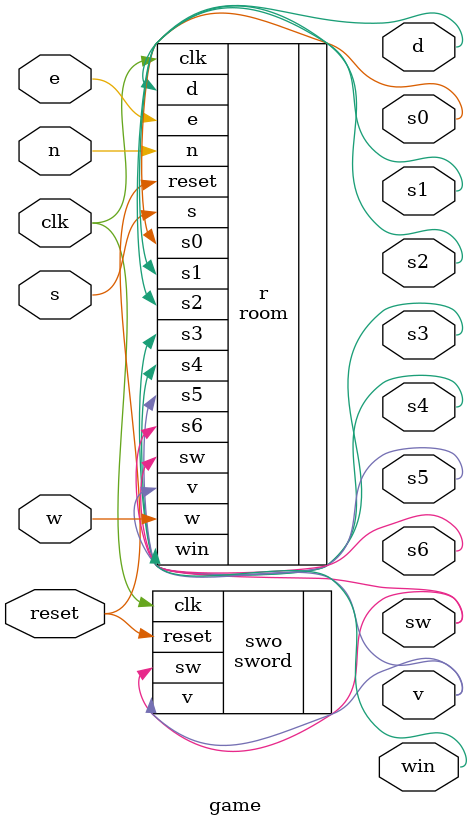
<source format=sv>
module game(input logic clk, n, s, e, w, reset, output logic s6, win, s5, d, s4, s3, sw, s2, s1, s0, v);
	
	
	sword swo(
		.sw(sw),
		.reset(reset),
		.clk(clk),
		.v(v)
	);
	
	room r(
		.clk(clk), 
		.n(n),
		.s(s),
		.e(e),
		.w(w),
		.v(v),
		.reset(reset),
		.s6(s6),
		.s5(s5),
		.s4(s4),
		.s3(s3),
		.s2(s2),
		.s1(s1),
		.s0(s0),
		.win(win),
		.sw(sw),
		.d(d)
	);

	

endmodule
</source>
